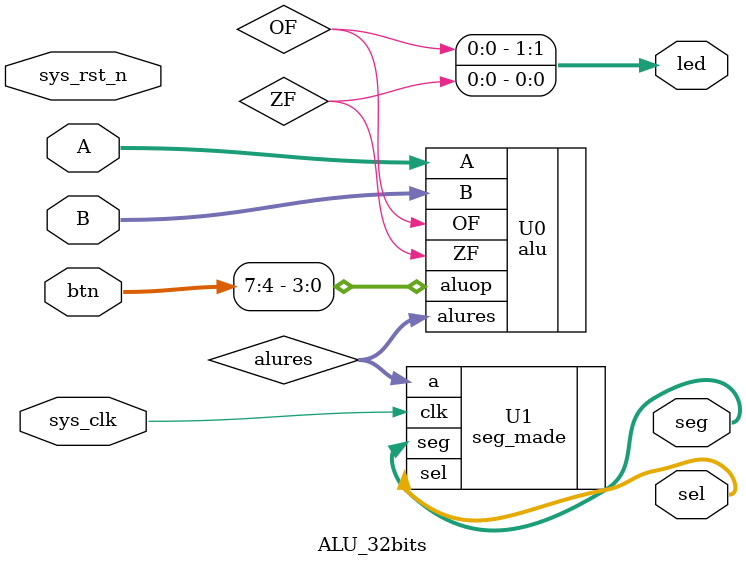
<source format=sv>
`timescale 1ns / 1ps
`define SIM

module ALU_32bits(
        input             sys_clk,
        input             sys_rst_n,
        input  [7  : 0]   btn,
        input  [31 : 0]   A,
        input  [31 : 0]   B,
        output [7  : 0]   seg,
        output [3  : 0]   sel,
        output [1  : 0]   led
    );
    
    logic [31 : 0] alures;
    logic          OF;
    logic          ZF;

    alu U0(
        .A          (A),
        .B          (B),
        .aluop      (btn[7 : 4]),
        .alures     (alures),
        .OF         (OF),
        .ZF         (ZF)
    );
    
    seg_made U1(
        .a    (alures),
        .seg  (seg),
        .sel  (sel),
        .clk  (sys_clk)
    );  
    
    assign led = {OF, ZF};
    
endmodule



</source>
